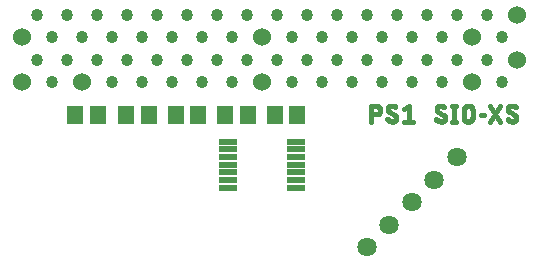
<source format=gbr>
G04 EAGLE Gerber RS-274X export*
G75*
%MOMM*%
%FSLAX34Y34*%
%LPD*%
%INSoldermask Top*%
%IPPOS*%
%AMOC8*
5,1,8,0,0,1.08239X$1,22.5*%
G01*
%ADD10C,1.027000*%
%ADD11C,0.431800*%
%ADD12C,0.406400*%
%ADD13C,1.627000*%
%ADD14R,1.427000X1.627000*%
%ADD15R,1.627000X0.477000*%
%ADD16C,1.527000*%


D10*
X25400Y215900D03*
X50800Y215900D03*
X76200Y215900D03*
X101600Y215900D03*
X127000Y215900D03*
X152400Y215900D03*
X177800Y215900D03*
X203200Y215900D03*
X228600Y215900D03*
X254000Y215900D03*
X279400Y215900D03*
X304800Y215900D03*
X330200Y215900D03*
X355600Y215900D03*
X381000Y215900D03*
X406400Y215900D03*
X419100Y196850D03*
X406400Y177800D03*
X419100Y158750D03*
X381000Y177800D03*
X355600Y177800D03*
X330200Y177800D03*
X304800Y177800D03*
X25400Y177800D03*
X50800Y177800D03*
X76200Y177800D03*
X101600Y177800D03*
X127000Y177800D03*
X152400Y177800D03*
X177800Y177800D03*
X203200Y177800D03*
X228600Y177800D03*
X254000Y177800D03*
X279400Y177800D03*
X38100Y158750D03*
X88900Y158750D03*
X114300Y158750D03*
X139700Y158750D03*
X165100Y158750D03*
X190500Y158750D03*
X241300Y158750D03*
X266700Y158750D03*
X292100Y158750D03*
X317500Y158750D03*
X342900Y158750D03*
X368300Y158750D03*
X368300Y196850D03*
X342900Y196850D03*
X317500Y196850D03*
X292100Y196850D03*
X266700Y196850D03*
X241300Y196850D03*
X190500Y196850D03*
X165100Y196850D03*
X139700Y196850D03*
X114300Y196850D03*
X88900Y196850D03*
X63500Y196850D03*
X38100Y196850D03*
D11*
X367998Y125349D02*
X368105Y125351D01*
X368211Y125357D01*
X368318Y125366D01*
X368424Y125379D01*
X368529Y125397D01*
X368634Y125417D01*
X368738Y125442D01*
X368841Y125470D01*
X368943Y125502D01*
X369044Y125538D01*
X369143Y125577D01*
X369241Y125619D01*
X369337Y125665D01*
X369432Y125715D01*
X369525Y125768D01*
X369616Y125824D01*
X369704Y125883D01*
X369791Y125946D01*
X369875Y126011D01*
X369957Y126080D01*
X370037Y126151D01*
X370114Y126225D01*
X370188Y126302D01*
X370259Y126382D01*
X370328Y126464D01*
X370393Y126548D01*
X370456Y126635D01*
X370515Y126723D01*
X370571Y126814D01*
X370624Y126907D01*
X370674Y127002D01*
X370720Y127098D01*
X370762Y127196D01*
X370801Y127295D01*
X370837Y127396D01*
X370869Y127498D01*
X370897Y127601D01*
X370922Y127705D01*
X370942Y127810D01*
X370960Y127915D01*
X370973Y128021D01*
X370982Y128128D01*
X370988Y128234D01*
X370990Y128341D01*
X367998Y125349D02*
X367842Y125351D01*
X367686Y125357D01*
X367531Y125366D01*
X367375Y125380D01*
X367220Y125397D01*
X367066Y125418D01*
X366912Y125443D01*
X366759Y125472D01*
X366606Y125504D01*
X366454Y125540D01*
X366304Y125580D01*
X366154Y125624D01*
X366005Y125671D01*
X365858Y125722D01*
X365712Y125777D01*
X365567Y125835D01*
X365424Y125897D01*
X365282Y125962D01*
X365142Y126031D01*
X365004Y126103D01*
X364868Y126179D01*
X364733Y126258D01*
X364601Y126340D01*
X364470Y126425D01*
X364342Y126514D01*
X364216Y126606D01*
X364092Y126700D01*
X363971Y126798D01*
X363852Y126899D01*
X363735Y127003D01*
X363622Y127109D01*
X363510Y127219D01*
X363884Y135819D02*
X363886Y135926D01*
X363892Y136032D01*
X363901Y136139D01*
X363914Y136245D01*
X363932Y136350D01*
X363952Y136455D01*
X363977Y136559D01*
X364005Y136662D01*
X364037Y136764D01*
X364073Y136865D01*
X364112Y136964D01*
X364154Y137062D01*
X364200Y137158D01*
X364250Y137253D01*
X364303Y137346D01*
X364359Y137437D01*
X364418Y137525D01*
X364481Y137612D01*
X364546Y137696D01*
X364615Y137778D01*
X364686Y137858D01*
X364760Y137935D01*
X364837Y138009D01*
X364917Y138080D01*
X364999Y138149D01*
X365083Y138214D01*
X365170Y138277D01*
X365258Y138336D01*
X365349Y138392D01*
X365442Y138445D01*
X365537Y138495D01*
X365633Y138541D01*
X365731Y138583D01*
X365830Y138622D01*
X365931Y138658D01*
X366033Y138690D01*
X366136Y138718D01*
X366240Y138743D01*
X366345Y138763D01*
X366450Y138781D01*
X366556Y138794D01*
X366663Y138803D01*
X366769Y138809D01*
X366876Y138811D01*
X367020Y138809D01*
X367165Y138804D01*
X367309Y138794D01*
X367452Y138781D01*
X367596Y138765D01*
X367739Y138744D01*
X367881Y138720D01*
X368023Y138692D01*
X368164Y138661D01*
X368304Y138626D01*
X368443Y138588D01*
X368581Y138546D01*
X368718Y138500D01*
X368854Y138451D01*
X368988Y138398D01*
X369121Y138342D01*
X369253Y138283D01*
X369383Y138220D01*
X369511Y138153D01*
X369638Y138084D01*
X369762Y138011D01*
X369885Y137935D01*
X370006Y137856D01*
X370125Y137774D01*
X370241Y137689D01*
X365381Y133202D02*
X365288Y133259D01*
X365197Y133319D01*
X365109Y133382D01*
X365023Y133449D01*
X364939Y133518D01*
X364858Y133591D01*
X364780Y133666D01*
X364704Y133744D01*
X364631Y133825D01*
X364561Y133908D01*
X364494Y133994D01*
X364431Y134082D01*
X364370Y134172D01*
X364313Y134265D01*
X364259Y134359D01*
X364208Y134455D01*
X364161Y134554D01*
X364118Y134653D01*
X364078Y134754D01*
X364041Y134857D01*
X364009Y134961D01*
X363980Y135066D01*
X363955Y135171D01*
X363934Y135278D01*
X363916Y135385D01*
X363903Y135493D01*
X363893Y135602D01*
X363887Y135710D01*
X363885Y135819D01*
X369493Y130958D02*
X369586Y130901D01*
X369677Y130841D01*
X369765Y130778D01*
X369851Y130711D01*
X369935Y130642D01*
X370016Y130569D01*
X370094Y130494D01*
X370170Y130416D01*
X370243Y130335D01*
X370313Y130252D01*
X370380Y130166D01*
X370443Y130078D01*
X370504Y129988D01*
X370561Y129895D01*
X370615Y129801D01*
X370666Y129704D01*
X370713Y129606D01*
X370756Y129507D01*
X370796Y129406D01*
X370833Y129303D01*
X370865Y129199D01*
X370894Y129094D01*
X370919Y128989D01*
X370940Y128882D01*
X370958Y128775D01*
X370971Y128667D01*
X370981Y128558D01*
X370987Y128450D01*
X370989Y128341D01*
X369494Y130958D02*
X365380Y133202D01*
X378650Y138811D02*
X378650Y125349D01*
X377154Y125349D02*
X380146Y125349D01*
X380146Y138811D02*
X377154Y138811D01*
X386811Y135072D02*
X386811Y129088D01*
X386811Y135072D02*
X386813Y135193D01*
X386819Y135314D01*
X386829Y135435D01*
X386842Y135555D01*
X386860Y135675D01*
X386881Y135794D01*
X386907Y135912D01*
X386936Y136030D01*
X386969Y136147D01*
X387005Y136262D01*
X387046Y136376D01*
X387090Y136489D01*
X387138Y136600D01*
X387189Y136710D01*
X387244Y136818D01*
X387302Y136924D01*
X387364Y137028D01*
X387429Y137130D01*
X387497Y137230D01*
X387568Y137328D01*
X387643Y137423D01*
X387721Y137516D01*
X387801Y137607D01*
X387885Y137694D01*
X387971Y137779D01*
X388060Y137861D01*
X388152Y137941D01*
X388246Y138017D01*
X388342Y138090D01*
X388441Y138160D01*
X388542Y138226D01*
X388646Y138290D01*
X388751Y138350D01*
X388858Y138406D01*
X388967Y138459D01*
X389077Y138509D01*
X389189Y138555D01*
X389303Y138597D01*
X389418Y138635D01*
X389534Y138670D01*
X389651Y138701D01*
X389769Y138728D01*
X389887Y138752D01*
X390007Y138771D01*
X390127Y138787D01*
X390248Y138799D01*
X390368Y138807D01*
X390489Y138811D01*
X390611Y138811D01*
X390732Y138807D01*
X390852Y138799D01*
X390973Y138787D01*
X391093Y138771D01*
X391213Y138752D01*
X391331Y138728D01*
X391449Y138701D01*
X391566Y138670D01*
X391682Y138635D01*
X391797Y138597D01*
X391911Y138555D01*
X392023Y138509D01*
X392133Y138459D01*
X392242Y138406D01*
X392349Y138350D01*
X392454Y138290D01*
X392558Y138226D01*
X392659Y138160D01*
X392758Y138090D01*
X392854Y138017D01*
X392948Y137941D01*
X393040Y137861D01*
X393129Y137779D01*
X393215Y137694D01*
X393299Y137607D01*
X393379Y137516D01*
X393457Y137423D01*
X393532Y137328D01*
X393603Y137230D01*
X393671Y137130D01*
X393736Y137028D01*
X393798Y136924D01*
X393856Y136818D01*
X393911Y136710D01*
X393962Y136600D01*
X394010Y136489D01*
X394054Y136376D01*
X394095Y136262D01*
X394131Y136147D01*
X394164Y136030D01*
X394193Y135912D01*
X394219Y135794D01*
X394240Y135675D01*
X394258Y135555D01*
X394271Y135435D01*
X394281Y135314D01*
X394287Y135193D01*
X394289Y135072D01*
X394289Y129088D01*
X394287Y128967D01*
X394281Y128846D01*
X394271Y128725D01*
X394258Y128605D01*
X394240Y128485D01*
X394219Y128366D01*
X394193Y128248D01*
X394164Y128130D01*
X394131Y128013D01*
X394095Y127898D01*
X394054Y127784D01*
X394010Y127671D01*
X393962Y127560D01*
X393911Y127450D01*
X393856Y127342D01*
X393798Y127236D01*
X393736Y127132D01*
X393671Y127030D01*
X393603Y126930D01*
X393532Y126832D01*
X393457Y126737D01*
X393379Y126644D01*
X393299Y126553D01*
X393215Y126466D01*
X393129Y126381D01*
X393040Y126299D01*
X392948Y126219D01*
X392854Y126143D01*
X392758Y126070D01*
X392659Y126000D01*
X392558Y125934D01*
X392454Y125870D01*
X392349Y125810D01*
X392242Y125754D01*
X392133Y125701D01*
X392023Y125651D01*
X391911Y125605D01*
X391797Y125563D01*
X391682Y125525D01*
X391566Y125490D01*
X391449Y125459D01*
X391331Y125432D01*
X391213Y125408D01*
X391093Y125389D01*
X390973Y125373D01*
X390852Y125361D01*
X390732Y125353D01*
X390611Y125349D01*
X390489Y125349D01*
X390368Y125353D01*
X390248Y125361D01*
X390127Y125373D01*
X390007Y125389D01*
X389887Y125408D01*
X389769Y125432D01*
X389651Y125459D01*
X389534Y125490D01*
X389418Y125525D01*
X389303Y125563D01*
X389189Y125605D01*
X389077Y125651D01*
X388967Y125701D01*
X388858Y125754D01*
X388751Y125810D01*
X388646Y125870D01*
X388542Y125934D01*
X388441Y126000D01*
X388342Y126070D01*
X388246Y126143D01*
X388152Y126219D01*
X388060Y126299D01*
X387971Y126381D01*
X387885Y126466D01*
X387801Y126553D01*
X387721Y126644D01*
X387643Y126737D01*
X387568Y126832D01*
X387497Y126930D01*
X387429Y127030D01*
X387364Y127132D01*
X387302Y127236D01*
X387244Y127342D01*
X387189Y127450D01*
X387138Y127560D01*
X387090Y127671D01*
X387046Y127784D01*
X387005Y127898D01*
X386969Y128013D01*
X386936Y128130D01*
X386907Y128248D01*
X386881Y128366D01*
X386860Y128485D01*
X386842Y128605D01*
X386829Y128725D01*
X386819Y128846D01*
X386813Y128967D01*
X386811Y129088D01*
X408863Y125349D02*
X417837Y138811D01*
X408863Y138811D02*
X417837Y125349D01*
X428438Y125349D02*
X428545Y125351D01*
X428651Y125357D01*
X428758Y125366D01*
X428864Y125379D01*
X428969Y125397D01*
X429074Y125417D01*
X429178Y125442D01*
X429281Y125470D01*
X429383Y125502D01*
X429484Y125538D01*
X429583Y125577D01*
X429681Y125619D01*
X429777Y125665D01*
X429872Y125715D01*
X429965Y125768D01*
X430056Y125824D01*
X430144Y125883D01*
X430231Y125946D01*
X430315Y126011D01*
X430397Y126080D01*
X430477Y126151D01*
X430554Y126225D01*
X430628Y126302D01*
X430699Y126382D01*
X430768Y126464D01*
X430833Y126548D01*
X430896Y126635D01*
X430955Y126723D01*
X431011Y126814D01*
X431064Y126907D01*
X431114Y127002D01*
X431160Y127098D01*
X431202Y127196D01*
X431241Y127295D01*
X431277Y127396D01*
X431309Y127498D01*
X431337Y127601D01*
X431362Y127705D01*
X431382Y127810D01*
X431400Y127915D01*
X431413Y128021D01*
X431422Y128128D01*
X431428Y128234D01*
X431430Y128341D01*
X428438Y125349D02*
X428282Y125351D01*
X428126Y125357D01*
X427971Y125366D01*
X427815Y125380D01*
X427660Y125397D01*
X427506Y125418D01*
X427352Y125443D01*
X427199Y125472D01*
X427046Y125504D01*
X426894Y125540D01*
X426744Y125580D01*
X426594Y125624D01*
X426445Y125671D01*
X426298Y125722D01*
X426152Y125777D01*
X426007Y125835D01*
X425864Y125897D01*
X425722Y125962D01*
X425582Y126031D01*
X425444Y126103D01*
X425308Y126179D01*
X425173Y126258D01*
X425041Y126340D01*
X424910Y126425D01*
X424782Y126514D01*
X424656Y126606D01*
X424532Y126700D01*
X424411Y126798D01*
X424292Y126899D01*
X424175Y127003D01*
X424062Y127109D01*
X423950Y127219D01*
X424324Y135819D02*
X424326Y135926D01*
X424332Y136032D01*
X424341Y136139D01*
X424354Y136245D01*
X424372Y136350D01*
X424392Y136455D01*
X424417Y136559D01*
X424445Y136662D01*
X424477Y136764D01*
X424513Y136865D01*
X424552Y136964D01*
X424594Y137062D01*
X424640Y137158D01*
X424690Y137253D01*
X424743Y137346D01*
X424799Y137437D01*
X424858Y137525D01*
X424921Y137612D01*
X424986Y137696D01*
X425055Y137778D01*
X425126Y137858D01*
X425200Y137935D01*
X425277Y138009D01*
X425357Y138080D01*
X425439Y138149D01*
X425523Y138214D01*
X425610Y138277D01*
X425698Y138336D01*
X425789Y138392D01*
X425882Y138445D01*
X425977Y138495D01*
X426073Y138541D01*
X426171Y138583D01*
X426270Y138622D01*
X426371Y138658D01*
X426473Y138690D01*
X426576Y138718D01*
X426680Y138743D01*
X426785Y138763D01*
X426890Y138781D01*
X426996Y138794D01*
X427103Y138803D01*
X427209Y138809D01*
X427316Y138811D01*
X427460Y138809D01*
X427605Y138804D01*
X427749Y138794D01*
X427892Y138781D01*
X428036Y138765D01*
X428179Y138744D01*
X428321Y138720D01*
X428463Y138692D01*
X428604Y138661D01*
X428744Y138626D01*
X428883Y138588D01*
X429021Y138546D01*
X429158Y138500D01*
X429294Y138451D01*
X429428Y138398D01*
X429561Y138342D01*
X429693Y138283D01*
X429823Y138220D01*
X429951Y138153D01*
X430078Y138084D01*
X430202Y138011D01*
X430325Y137935D01*
X430446Y137856D01*
X430565Y137774D01*
X430681Y137689D01*
X425821Y133202D02*
X425728Y133259D01*
X425637Y133319D01*
X425549Y133382D01*
X425463Y133449D01*
X425379Y133518D01*
X425298Y133591D01*
X425220Y133666D01*
X425144Y133744D01*
X425071Y133825D01*
X425001Y133908D01*
X424934Y133994D01*
X424871Y134082D01*
X424810Y134172D01*
X424753Y134265D01*
X424699Y134359D01*
X424648Y134455D01*
X424601Y134554D01*
X424558Y134653D01*
X424518Y134754D01*
X424481Y134857D01*
X424449Y134961D01*
X424420Y135066D01*
X424395Y135171D01*
X424374Y135278D01*
X424356Y135385D01*
X424343Y135493D01*
X424333Y135602D01*
X424327Y135710D01*
X424325Y135819D01*
X429933Y130958D02*
X430026Y130901D01*
X430117Y130841D01*
X430205Y130778D01*
X430291Y130711D01*
X430375Y130642D01*
X430456Y130569D01*
X430534Y130494D01*
X430610Y130416D01*
X430683Y130335D01*
X430753Y130252D01*
X430820Y130166D01*
X430883Y130078D01*
X430944Y129988D01*
X431001Y129895D01*
X431055Y129801D01*
X431106Y129704D01*
X431153Y129606D01*
X431196Y129507D01*
X431236Y129406D01*
X431273Y129303D01*
X431305Y129199D01*
X431334Y129094D01*
X431359Y128989D01*
X431380Y128882D01*
X431398Y128775D01*
X431411Y128667D01*
X431421Y128558D01*
X431427Y128450D01*
X431429Y128341D01*
X429934Y130958D02*
X425820Y133202D01*
D12*
X403600Y130810D02*
X401320Y130810D01*
D11*
X329690Y128341D02*
X329688Y128234D01*
X329682Y128128D01*
X329673Y128021D01*
X329660Y127915D01*
X329642Y127810D01*
X329622Y127705D01*
X329597Y127601D01*
X329569Y127498D01*
X329537Y127396D01*
X329501Y127295D01*
X329462Y127196D01*
X329420Y127098D01*
X329374Y127002D01*
X329324Y126907D01*
X329271Y126814D01*
X329215Y126723D01*
X329156Y126635D01*
X329093Y126548D01*
X329028Y126464D01*
X328959Y126382D01*
X328888Y126302D01*
X328814Y126225D01*
X328737Y126151D01*
X328657Y126080D01*
X328575Y126011D01*
X328491Y125946D01*
X328404Y125883D01*
X328316Y125824D01*
X328225Y125768D01*
X328132Y125715D01*
X328037Y125665D01*
X327941Y125619D01*
X327843Y125577D01*
X327744Y125538D01*
X327643Y125502D01*
X327541Y125470D01*
X327438Y125442D01*
X327334Y125417D01*
X327229Y125397D01*
X327124Y125379D01*
X327018Y125366D01*
X326911Y125357D01*
X326805Y125351D01*
X326698Y125349D01*
X326542Y125351D01*
X326386Y125357D01*
X326231Y125366D01*
X326075Y125380D01*
X325920Y125397D01*
X325766Y125418D01*
X325612Y125443D01*
X325459Y125472D01*
X325306Y125504D01*
X325154Y125540D01*
X325004Y125580D01*
X324854Y125624D01*
X324705Y125671D01*
X324558Y125722D01*
X324412Y125777D01*
X324267Y125835D01*
X324124Y125897D01*
X323982Y125962D01*
X323842Y126031D01*
X323704Y126103D01*
X323568Y126179D01*
X323433Y126258D01*
X323301Y126340D01*
X323170Y126425D01*
X323042Y126514D01*
X322916Y126606D01*
X322792Y126700D01*
X322671Y126798D01*
X322552Y126899D01*
X322435Y127003D01*
X322322Y127109D01*
X322210Y127219D01*
X322584Y135819D02*
X322586Y135926D01*
X322592Y136032D01*
X322601Y136139D01*
X322614Y136245D01*
X322632Y136350D01*
X322652Y136455D01*
X322677Y136559D01*
X322705Y136662D01*
X322737Y136764D01*
X322773Y136865D01*
X322812Y136964D01*
X322854Y137062D01*
X322900Y137158D01*
X322950Y137253D01*
X323003Y137346D01*
X323059Y137437D01*
X323118Y137525D01*
X323181Y137612D01*
X323246Y137696D01*
X323315Y137778D01*
X323386Y137858D01*
X323460Y137935D01*
X323537Y138009D01*
X323617Y138080D01*
X323699Y138149D01*
X323783Y138214D01*
X323870Y138277D01*
X323958Y138336D01*
X324049Y138392D01*
X324142Y138445D01*
X324237Y138495D01*
X324333Y138541D01*
X324431Y138583D01*
X324530Y138622D01*
X324631Y138658D01*
X324733Y138690D01*
X324836Y138718D01*
X324940Y138743D01*
X325045Y138763D01*
X325150Y138781D01*
X325256Y138794D01*
X325363Y138803D01*
X325469Y138809D01*
X325576Y138811D01*
X325720Y138809D01*
X325865Y138804D01*
X326009Y138794D01*
X326152Y138781D01*
X326296Y138765D01*
X326439Y138744D01*
X326581Y138720D01*
X326723Y138692D01*
X326864Y138661D01*
X327004Y138626D01*
X327143Y138588D01*
X327281Y138546D01*
X327418Y138500D01*
X327554Y138451D01*
X327688Y138398D01*
X327821Y138342D01*
X327953Y138283D01*
X328083Y138220D01*
X328211Y138153D01*
X328338Y138084D01*
X328462Y138011D01*
X328585Y137935D01*
X328706Y137856D01*
X328825Y137774D01*
X328941Y137689D01*
X324081Y133202D02*
X323988Y133259D01*
X323897Y133319D01*
X323809Y133382D01*
X323723Y133449D01*
X323639Y133518D01*
X323558Y133591D01*
X323480Y133666D01*
X323404Y133744D01*
X323331Y133825D01*
X323261Y133908D01*
X323194Y133994D01*
X323131Y134082D01*
X323070Y134172D01*
X323013Y134265D01*
X322959Y134359D01*
X322908Y134455D01*
X322861Y134554D01*
X322818Y134653D01*
X322778Y134754D01*
X322741Y134857D01*
X322709Y134961D01*
X322680Y135066D01*
X322655Y135171D01*
X322634Y135278D01*
X322616Y135385D01*
X322603Y135493D01*
X322593Y135602D01*
X322587Y135710D01*
X322585Y135819D01*
X328193Y130958D02*
X328286Y130901D01*
X328377Y130841D01*
X328465Y130778D01*
X328551Y130711D01*
X328635Y130642D01*
X328716Y130569D01*
X328794Y130494D01*
X328870Y130416D01*
X328943Y130335D01*
X329013Y130252D01*
X329080Y130166D01*
X329143Y130078D01*
X329204Y129988D01*
X329261Y129895D01*
X329315Y129801D01*
X329366Y129704D01*
X329413Y129606D01*
X329456Y129507D01*
X329496Y129406D01*
X329533Y129303D01*
X329565Y129199D01*
X329594Y129094D01*
X329619Y128989D01*
X329640Y128882D01*
X329658Y128775D01*
X329671Y128667D01*
X329681Y128558D01*
X329687Y128450D01*
X329689Y128341D01*
X328194Y130958D02*
X324080Y133202D01*
X308621Y138811D02*
X308621Y125349D01*
X308621Y138811D02*
X312360Y138811D01*
X312481Y138809D01*
X312602Y138803D01*
X312723Y138793D01*
X312843Y138780D01*
X312963Y138762D01*
X313082Y138741D01*
X313200Y138715D01*
X313318Y138686D01*
X313435Y138653D01*
X313550Y138617D01*
X313664Y138576D01*
X313777Y138532D01*
X313888Y138484D01*
X313998Y138433D01*
X314106Y138378D01*
X314212Y138320D01*
X314316Y138258D01*
X314418Y138193D01*
X314518Y138125D01*
X314616Y138054D01*
X314711Y137979D01*
X314804Y137901D01*
X314895Y137821D01*
X314982Y137737D01*
X315067Y137651D01*
X315149Y137562D01*
X315229Y137470D01*
X315305Y137376D01*
X315378Y137280D01*
X315448Y137181D01*
X315514Y137080D01*
X315578Y136976D01*
X315638Y136871D01*
X315694Y136764D01*
X315747Y136655D01*
X315797Y136545D01*
X315843Y136433D01*
X315885Y136319D01*
X315923Y136204D01*
X315958Y136088D01*
X315989Y135971D01*
X316016Y135853D01*
X316040Y135735D01*
X316059Y135615D01*
X316075Y135495D01*
X316087Y135374D01*
X316095Y135254D01*
X316099Y135133D01*
X316099Y135011D01*
X316095Y134890D01*
X316087Y134770D01*
X316075Y134649D01*
X316059Y134529D01*
X316040Y134409D01*
X316016Y134291D01*
X315989Y134173D01*
X315958Y134056D01*
X315923Y133940D01*
X315885Y133825D01*
X315843Y133711D01*
X315797Y133599D01*
X315747Y133489D01*
X315694Y133380D01*
X315638Y133273D01*
X315578Y133168D01*
X315514Y133064D01*
X315448Y132963D01*
X315378Y132864D01*
X315305Y132768D01*
X315229Y132674D01*
X315149Y132582D01*
X315067Y132493D01*
X314982Y132407D01*
X314895Y132323D01*
X314804Y132243D01*
X314711Y132165D01*
X314616Y132090D01*
X314518Y132019D01*
X314418Y131951D01*
X314316Y131886D01*
X314212Y131824D01*
X314106Y131766D01*
X313998Y131711D01*
X313888Y131660D01*
X313777Y131612D01*
X313664Y131568D01*
X313550Y131527D01*
X313435Y131491D01*
X313318Y131458D01*
X313200Y131429D01*
X313082Y131403D01*
X312963Y131382D01*
X312843Y131364D01*
X312723Y131351D01*
X312602Y131341D01*
X312481Y131335D01*
X312360Y131333D01*
X312360Y131332D02*
X308621Y131332D01*
X336561Y135819D02*
X340300Y138811D01*
X340300Y125349D01*
X336561Y125349D02*
X344039Y125349D01*
D13*
X361950Y76200D03*
X381000Y95250D03*
X323850Y38100D03*
X304800Y19050D03*
D14*
X76810Y130810D03*
X57810Y130810D03*
X184810Y130810D03*
X203810Y130810D03*
X100990Y130810D03*
X119990Y130810D03*
X161900Y130810D03*
X142900Y130810D03*
X245720Y130810D03*
X226720Y130810D03*
D13*
X342900Y57150D03*
D15*
X186900Y108400D03*
X186900Y101900D03*
X186900Y95400D03*
X186900Y88900D03*
X186900Y82400D03*
X186900Y75900D03*
X186900Y69400D03*
X244900Y69400D03*
X244900Y75900D03*
X244900Y82400D03*
X244900Y88900D03*
X244900Y95400D03*
X244900Y101900D03*
X244900Y108400D03*
D16*
X63500Y158750D03*
X393700Y158750D03*
X393700Y196850D03*
X431800Y215900D03*
X431800Y177800D03*
X12700Y158750D03*
X12700Y196850D03*
X215900Y196850D03*
X215900Y158750D03*
M02*

</source>
